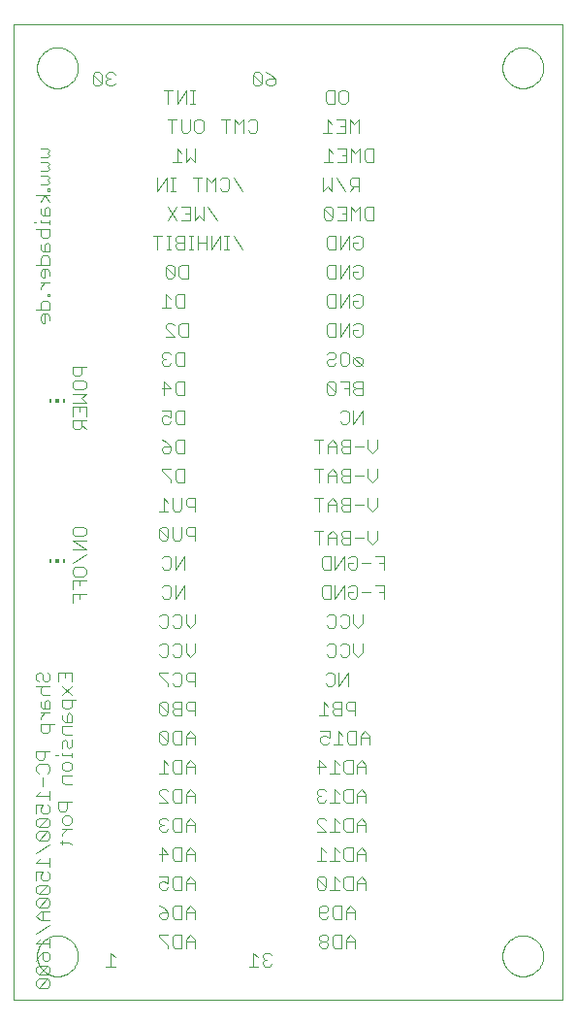
<source format=gbo>
G75*
%MOIN*%
%OFA0B0*%
%FSLAX24Y24*%
%IPPOS*%
%LPD*%
%AMOC8*
5,1,8,0,0,1.08239X$1,22.5*
%
%ADD10C,0.0000*%
%ADD11C,0.0040*%
%ADD12R,0.0059X0.0118*%
%ADD13R,0.0118X0.0118*%
D10*
X000100Y000100D02*
X000100Y033596D01*
X018970Y033596D01*
X018970Y000100D01*
X000100Y000100D01*
X000900Y001600D02*
X000902Y001652D01*
X000908Y001704D01*
X000918Y001756D01*
X000931Y001806D01*
X000948Y001856D01*
X000969Y001904D01*
X000994Y001950D01*
X001022Y001994D01*
X001053Y002036D01*
X001087Y002076D01*
X001124Y002113D01*
X001164Y002147D01*
X001206Y002178D01*
X001250Y002206D01*
X001296Y002231D01*
X001344Y002252D01*
X001394Y002269D01*
X001444Y002282D01*
X001496Y002292D01*
X001548Y002298D01*
X001600Y002300D01*
X001652Y002298D01*
X001704Y002292D01*
X001756Y002282D01*
X001806Y002269D01*
X001856Y002252D01*
X001904Y002231D01*
X001950Y002206D01*
X001994Y002178D01*
X002036Y002147D01*
X002076Y002113D01*
X002113Y002076D01*
X002147Y002036D01*
X002178Y001994D01*
X002206Y001950D01*
X002231Y001904D01*
X002252Y001856D01*
X002269Y001806D01*
X002282Y001756D01*
X002292Y001704D01*
X002298Y001652D01*
X002300Y001600D01*
X002298Y001548D01*
X002292Y001496D01*
X002282Y001444D01*
X002269Y001394D01*
X002252Y001344D01*
X002231Y001296D01*
X002206Y001250D01*
X002178Y001206D01*
X002147Y001164D01*
X002113Y001124D01*
X002076Y001087D01*
X002036Y001053D01*
X001994Y001022D01*
X001950Y000994D01*
X001904Y000969D01*
X001856Y000948D01*
X001806Y000931D01*
X001756Y000918D01*
X001704Y000908D01*
X001652Y000902D01*
X001600Y000900D01*
X001548Y000902D01*
X001496Y000908D01*
X001444Y000918D01*
X001394Y000931D01*
X001344Y000948D01*
X001296Y000969D01*
X001250Y000994D01*
X001206Y001022D01*
X001164Y001053D01*
X001124Y001087D01*
X001087Y001124D01*
X001053Y001164D01*
X001022Y001206D01*
X000994Y001250D01*
X000969Y001296D01*
X000948Y001344D01*
X000931Y001394D01*
X000918Y001444D01*
X000908Y001496D01*
X000902Y001548D01*
X000900Y001600D01*
X016900Y001600D02*
X016902Y001652D01*
X016908Y001704D01*
X016918Y001756D01*
X016931Y001806D01*
X016948Y001856D01*
X016969Y001904D01*
X016994Y001950D01*
X017022Y001994D01*
X017053Y002036D01*
X017087Y002076D01*
X017124Y002113D01*
X017164Y002147D01*
X017206Y002178D01*
X017250Y002206D01*
X017296Y002231D01*
X017344Y002252D01*
X017394Y002269D01*
X017444Y002282D01*
X017496Y002292D01*
X017548Y002298D01*
X017600Y002300D01*
X017652Y002298D01*
X017704Y002292D01*
X017756Y002282D01*
X017806Y002269D01*
X017856Y002252D01*
X017904Y002231D01*
X017950Y002206D01*
X017994Y002178D01*
X018036Y002147D01*
X018076Y002113D01*
X018113Y002076D01*
X018147Y002036D01*
X018178Y001994D01*
X018206Y001950D01*
X018231Y001904D01*
X018252Y001856D01*
X018269Y001806D01*
X018282Y001756D01*
X018292Y001704D01*
X018298Y001652D01*
X018300Y001600D01*
X018298Y001548D01*
X018292Y001496D01*
X018282Y001444D01*
X018269Y001394D01*
X018252Y001344D01*
X018231Y001296D01*
X018206Y001250D01*
X018178Y001206D01*
X018147Y001164D01*
X018113Y001124D01*
X018076Y001087D01*
X018036Y001053D01*
X017994Y001022D01*
X017950Y000994D01*
X017904Y000969D01*
X017856Y000948D01*
X017806Y000931D01*
X017756Y000918D01*
X017704Y000908D01*
X017652Y000902D01*
X017600Y000900D01*
X017548Y000902D01*
X017496Y000908D01*
X017444Y000918D01*
X017394Y000931D01*
X017344Y000948D01*
X017296Y000969D01*
X017250Y000994D01*
X017206Y001022D01*
X017164Y001053D01*
X017124Y001087D01*
X017087Y001124D01*
X017053Y001164D01*
X017022Y001206D01*
X016994Y001250D01*
X016969Y001296D01*
X016948Y001344D01*
X016931Y001394D01*
X016918Y001444D01*
X016908Y001496D01*
X016902Y001548D01*
X016900Y001600D01*
X016900Y032100D02*
X016902Y032152D01*
X016908Y032204D01*
X016918Y032256D01*
X016931Y032306D01*
X016948Y032356D01*
X016969Y032404D01*
X016994Y032450D01*
X017022Y032494D01*
X017053Y032536D01*
X017087Y032576D01*
X017124Y032613D01*
X017164Y032647D01*
X017206Y032678D01*
X017250Y032706D01*
X017296Y032731D01*
X017344Y032752D01*
X017394Y032769D01*
X017444Y032782D01*
X017496Y032792D01*
X017548Y032798D01*
X017600Y032800D01*
X017652Y032798D01*
X017704Y032792D01*
X017756Y032782D01*
X017806Y032769D01*
X017856Y032752D01*
X017904Y032731D01*
X017950Y032706D01*
X017994Y032678D01*
X018036Y032647D01*
X018076Y032613D01*
X018113Y032576D01*
X018147Y032536D01*
X018178Y032494D01*
X018206Y032450D01*
X018231Y032404D01*
X018252Y032356D01*
X018269Y032306D01*
X018282Y032256D01*
X018292Y032204D01*
X018298Y032152D01*
X018300Y032100D01*
X018298Y032048D01*
X018292Y031996D01*
X018282Y031944D01*
X018269Y031894D01*
X018252Y031844D01*
X018231Y031796D01*
X018206Y031750D01*
X018178Y031706D01*
X018147Y031664D01*
X018113Y031624D01*
X018076Y031587D01*
X018036Y031553D01*
X017994Y031522D01*
X017950Y031494D01*
X017904Y031469D01*
X017856Y031448D01*
X017806Y031431D01*
X017756Y031418D01*
X017704Y031408D01*
X017652Y031402D01*
X017600Y031400D01*
X017548Y031402D01*
X017496Y031408D01*
X017444Y031418D01*
X017394Y031431D01*
X017344Y031448D01*
X017296Y031469D01*
X017250Y031494D01*
X017206Y031522D01*
X017164Y031553D01*
X017124Y031587D01*
X017087Y031624D01*
X017053Y031664D01*
X017022Y031706D01*
X016994Y031750D01*
X016969Y031796D01*
X016948Y031844D01*
X016931Y031894D01*
X016918Y031944D01*
X016908Y031996D01*
X016902Y032048D01*
X016900Y032100D01*
X000900Y032100D02*
X000902Y032152D01*
X000908Y032204D01*
X000918Y032256D01*
X000931Y032306D01*
X000948Y032356D01*
X000969Y032404D01*
X000994Y032450D01*
X001022Y032494D01*
X001053Y032536D01*
X001087Y032576D01*
X001124Y032613D01*
X001164Y032647D01*
X001206Y032678D01*
X001250Y032706D01*
X001296Y032731D01*
X001344Y032752D01*
X001394Y032769D01*
X001444Y032782D01*
X001496Y032792D01*
X001548Y032798D01*
X001600Y032800D01*
X001652Y032798D01*
X001704Y032792D01*
X001756Y032782D01*
X001806Y032769D01*
X001856Y032752D01*
X001904Y032731D01*
X001950Y032706D01*
X001994Y032678D01*
X002036Y032647D01*
X002076Y032613D01*
X002113Y032576D01*
X002147Y032536D01*
X002178Y032494D01*
X002206Y032450D01*
X002231Y032404D01*
X002252Y032356D01*
X002269Y032306D01*
X002282Y032256D01*
X002292Y032204D01*
X002298Y032152D01*
X002300Y032100D01*
X002298Y032048D01*
X002292Y031996D01*
X002282Y031944D01*
X002269Y031894D01*
X002252Y031844D01*
X002231Y031796D01*
X002206Y031750D01*
X002178Y031706D01*
X002147Y031664D01*
X002113Y031624D01*
X002076Y031587D01*
X002036Y031553D01*
X001994Y031522D01*
X001950Y031494D01*
X001904Y031469D01*
X001856Y031448D01*
X001806Y031431D01*
X001756Y031418D01*
X001704Y031408D01*
X001652Y031402D01*
X001600Y031400D01*
X001548Y031402D01*
X001496Y031408D01*
X001444Y031418D01*
X001394Y031431D01*
X001344Y031448D01*
X001296Y031469D01*
X001250Y031494D01*
X001206Y031522D01*
X001164Y031553D01*
X001124Y031587D01*
X001087Y031624D01*
X001053Y031664D01*
X001022Y031706D01*
X000994Y031750D01*
X000969Y031796D01*
X000948Y031844D01*
X000931Y031894D01*
X000918Y031944D01*
X000908Y031996D01*
X000902Y032048D01*
X000900Y032100D01*
D11*
X001023Y029330D02*
X001253Y029330D01*
X001330Y029253D01*
X001253Y029177D01*
X001330Y029100D01*
X001253Y029023D01*
X001023Y029023D01*
X001023Y028870D02*
X001253Y028870D01*
X001330Y028793D01*
X001253Y028716D01*
X001330Y028639D01*
X001253Y028563D01*
X001023Y028563D01*
X001023Y028409D02*
X001253Y028409D01*
X001330Y028332D01*
X001253Y028256D01*
X001330Y028179D01*
X001253Y028102D01*
X001023Y028102D01*
X001253Y027949D02*
X001253Y027872D01*
X001330Y027872D01*
X001330Y027949D01*
X001253Y027949D01*
X001177Y027719D02*
X001023Y027488D01*
X001023Y027258D02*
X001023Y027105D01*
X001100Y027028D01*
X001330Y027028D01*
X001330Y027258D01*
X001253Y027335D01*
X001177Y027258D01*
X001177Y027028D01*
X001330Y026875D02*
X001330Y026721D01*
X001330Y026798D02*
X001023Y026798D01*
X001023Y026875D01*
X000870Y026798D02*
X000793Y026798D01*
X000870Y026568D02*
X001330Y026568D01*
X001330Y026337D01*
X001253Y026261D01*
X001100Y026261D01*
X001023Y026337D01*
X001023Y026568D01*
X001253Y026107D02*
X001177Y026031D01*
X001177Y025800D01*
X001100Y025800D02*
X001330Y025800D01*
X001330Y026031D01*
X001253Y026107D01*
X001023Y026031D02*
X001023Y025877D01*
X001100Y025800D01*
X001100Y025647D02*
X001023Y025570D01*
X001023Y025340D01*
X000870Y025340D02*
X001330Y025340D01*
X001330Y025570D01*
X001253Y025647D01*
X001100Y025647D01*
X001100Y025186D02*
X001023Y025110D01*
X001023Y024956D01*
X001100Y024880D01*
X001177Y024880D01*
X001177Y025186D01*
X001253Y025186D02*
X001100Y025186D01*
X001253Y025186D02*
X001330Y025110D01*
X001330Y024956D01*
X001330Y024726D02*
X001023Y024726D01*
X001023Y024573D02*
X001023Y024496D01*
X001023Y024573D02*
X001177Y024726D01*
X001253Y024342D02*
X001253Y024266D01*
X001330Y024266D01*
X001330Y024342D01*
X001253Y024342D01*
X001253Y024112D02*
X001100Y024112D01*
X001023Y024035D01*
X001023Y023805D01*
X000870Y023805D02*
X001330Y023805D01*
X001330Y024035D01*
X001253Y024112D01*
X001253Y023652D02*
X001100Y023652D01*
X001023Y023575D01*
X001023Y023422D01*
X001100Y023345D01*
X001177Y023345D01*
X001177Y023652D01*
X001253Y023652D02*
X001330Y023575D01*
X001330Y023422D01*
X002120Y021830D02*
X002120Y021600D01*
X002196Y021523D01*
X002350Y021523D01*
X002427Y021600D01*
X002427Y021830D01*
X002580Y021830D02*
X002120Y021830D01*
X002196Y021370D02*
X002120Y021293D01*
X002120Y021139D01*
X002196Y021063D01*
X002503Y021063D01*
X002580Y021139D01*
X002580Y021293D01*
X002503Y021370D01*
X002196Y021370D01*
X002120Y020909D02*
X002580Y020909D01*
X002427Y020756D01*
X002580Y020602D01*
X002120Y020602D01*
X002120Y020449D02*
X002580Y020449D01*
X002580Y020142D01*
X002580Y019988D02*
X002120Y019988D01*
X002120Y019758D01*
X002196Y019682D01*
X002350Y019682D01*
X002427Y019758D01*
X002427Y019988D01*
X002427Y019835D02*
X002580Y019682D01*
X002350Y020295D02*
X002350Y020449D01*
X002120Y020449D02*
X002120Y020142D01*
X002196Y016330D02*
X002120Y016253D01*
X002120Y016100D01*
X002196Y016023D01*
X002503Y016023D01*
X002580Y016100D01*
X002580Y016253D01*
X002503Y016330D01*
X002196Y016330D01*
X002120Y015870D02*
X002580Y015563D01*
X002120Y015563D01*
X002120Y015870D02*
X002580Y015870D01*
X002580Y015409D02*
X002120Y015102D01*
X002196Y014949D02*
X002120Y014872D01*
X002120Y014719D01*
X002196Y014642D01*
X002503Y014642D01*
X002580Y014719D01*
X002580Y014872D01*
X002503Y014949D01*
X002196Y014949D01*
X002120Y014488D02*
X002120Y014182D01*
X002120Y014028D02*
X002120Y013721D01*
X002120Y014028D02*
X002580Y014028D01*
X002350Y014028D02*
X002350Y013875D01*
X002350Y014335D02*
X002350Y014488D01*
X002580Y014488D02*
X002120Y014488D01*
X002080Y011330D02*
X001620Y011330D01*
X001620Y011023D01*
X001773Y010870D02*
X002080Y010563D01*
X002080Y010409D02*
X002080Y010179D01*
X002003Y010102D01*
X001850Y010102D01*
X001773Y010179D01*
X001773Y010409D01*
X002233Y010409D01*
X002003Y009949D02*
X001927Y009872D01*
X001927Y009642D01*
X001850Y009642D02*
X002080Y009642D01*
X002080Y009872D01*
X002003Y009949D01*
X001773Y009872D02*
X001773Y009719D01*
X001850Y009642D01*
X001773Y009488D02*
X001773Y009258D01*
X001850Y009182D01*
X002080Y009182D01*
X002080Y009028D02*
X002080Y008798D01*
X002003Y008721D01*
X001927Y008798D01*
X001927Y008951D01*
X001850Y009028D01*
X001773Y008951D01*
X001773Y008721D01*
X001773Y008568D02*
X001773Y008491D01*
X002080Y008491D01*
X002080Y008568D02*
X002080Y008414D01*
X002003Y008261D02*
X002080Y008184D01*
X002080Y008031D01*
X002003Y007954D01*
X001850Y007954D01*
X001773Y008031D01*
X001773Y008184D01*
X001850Y008261D01*
X002003Y008261D01*
X002080Y007800D02*
X001773Y007800D01*
X001773Y007570D01*
X001850Y007493D01*
X002080Y007493D01*
X002080Y006880D02*
X001620Y006880D01*
X001620Y006649D01*
X001696Y006573D01*
X001850Y006573D01*
X001927Y006649D01*
X001927Y006880D01*
X001850Y006419D02*
X002003Y006419D01*
X002080Y006342D01*
X002080Y006189D01*
X002003Y006112D01*
X001850Y006112D01*
X001773Y006189D01*
X001773Y006342D01*
X001850Y006419D01*
X001927Y005959D02*
X001773Y005805D01*
X001773Y005729D01*
X001773Y005575D02*
X001773Y005422D01*
X001696Y005498D02*
X002003Y005498D01*
X002080Y005422D01*
X002080Y005959D02*
X001773Y005959D01*
X001330Y006112D02*
X001253Y006035D01*
X000946Y006035D01*
X001253Y006342D01*
X001330Y006266D01*
X001330Y006112D01*
X001253Y005882D02*
X000946Y005575D01*
X001253Y005575D01*
X001330Y005652D01*
X001330Y005805D01*
X001253Y005882D01*
X000946Y005882D01*
X000870Y005805D01*
X000870Y005652D01*
X000946Y005575D01*
X001330Y005422D02*
X000870Y005115D01*
X001023Y004961D02*
X000870Y004808D01*
X001330Y004808D01*
X001330Y004961D02*
X001330Y004654D01*
X001253Y004501D02*
X001330Y004424D01*
X001330Y004271D01*
X001253Y004194D01*
X001100Y004194D01*
X001023Y004271D01*
X001023Y004347D01*
X001100Y004501D01*
X000870Y004501D01*
X000870Y004194D01*
X000946Y004040D02*
X000870Y003964D01*
X000870Y003810D01*
X000946Y003734D01*
X001253Y004040D01*
X001330Y003964D01*
X001330Y003810D01*
X001253Y003734D01*
X000946Y003734D01*
X000946Y003580D02*
X000870Y003503D01*
X000870Y003350D01*
X000946Y003273D01*
X001253Y003580D01*
X001330Y003503D01*
X001330Y003350D01*
X001253Y003273D01*
X000946Y003273D01*
X001023Y003120D02*
X000870Y002966D01*
X001023Y002813D01*
X001330Y002813D01*
X001330Y002659D02*
X000870Y002352D01*
X001023Y002199D02*
X000870Y002045D01*
X001330Y002045D01*
X001330Y001892D02*
X001330Y002199D01*
X001253Y001738D02*
X001100Y001738D01*
X001100Y001508D01*
X001177Y001432D01*
X001253Y001432D01*
X001330Y001508D01*
X001330Y001662D01*
X001253Y001738D01*
X001100Y001738D02*
X000946Y001585D01*
X000870Y001432D01*
X000946Y001278D02*
X000870Y001201D01*
X000870Y001048D01*
X000946Y000971D01*
X001253Y001278D01*
X001330Y001201D01*
X001330Y001048D01*
X001253Y000971D01*
X000946Y000971D01*
X000946Y000818D02*
X000870Y000741D01*
X000870Y000588D01*
X000946Y000511D01*
X001253Y000818D01*
X001330Y000741D01*
X001330Y000588D01*
X001253Y000511D01*
X000946Y000511D01*
X000946Y000818D02*
X001253Y000818D01*
X001253Y001278D02*
X000946Y001278D01*
X001100Y002813D02*
X001100Y003120D01*
X001023Y003120D02*
X001330Y003120D01*
X001253Y003580D02*
X000946Y003580D01*
X000946Y004040D02*
X001253Y004040D01*
X000946Y006035D02*
X000870Y006112D01*
X000870Y006266D01*
X000946Y006342D01*
X001253Y006342D01*
X001253Y006496D02*
X001100Y006496D01*
X001023Y006573D01*
X001023Y006649D01*
X001100Y006803D01*
X000870Y006803D01*
X000870Y006496D01*
X001253Y006496D02*
X001330Y006573D01*
X001330Y006726D01*
X001253Y006803D01*
X001330Y006956D02*
X001330Y007263D01*
X001330Y007110D02*
X000870Y007110D01*
X001023Y007263D01*
X001100Y007417D02*
X001100Y007724D01*
X001253Y007877D02*
X001330Y007954D01*
X001330Y008107D01*
X001253Y008184D01*
X000946Y008184D01*
X000870Y008107D01*
X000870Y007954D01*
X000946Y007877D01*
X000946Y008337D02*
X001100Y008337D01*
X001177Y008414D01*
X001177Y008644D01*
X001330Y008644D02*
X000870Y008644D01*
X000870Y008414D01*
X000946Y008337D01*
X001543Y008491D02*
X001620Y008491D01*
X001253Y009258D02*
X001330Y009335D01*
X001330Y009565D01*
X001483Y009565D02*
X001023Y009565D01*
X001023Y009335D01*
X001100Y009258D01*
X001253Y009258D01*
X001023Y009719D02*
X001023Y009795D01*
X001177Y009949D01*
X001330Y009949D02*
X001023Y009949D01*
X001100Y010102D02*
X001330Y010102D01*
X001330Y010332D01*
X001253Y010409D01*
X001177Y010332D01*
X001177Y010102D01*
X001100Y010102D02*
X001023Y010179D01*
X001023Y010332D01*
X001100Y010563D02*
X001330Y010563D01*
X001100Y010563D02*
X001023Y010639D01*
X001023Y010793D01*
X001100Y010870D01*
X001177Y011023D02*
X001100Y011100D01*
X001100Y011253D01*
X001023Y011330D01*
X000946Y011330D01*
X000870Y011253D01*
X000870Y011100D01*
X000946Y011023D01*
X000870Y010870D02*
X001330Y010870D01*
X001253Y011023D02*
X001330Y011100D01*
X001330Y011253D01*
X001253Y011330D01*
X001253Y011023D02*
X001177Y011023D01*
X001850Y011177D02*
X001850Y011330D01*
X002080Y011330D02*
X002080Y011023D01*
X002080Y010870D02*
X001773Y010563D01*
X001773Y009488D02*
X002080Y009488D01*
X005102Y009254D02*
X005102Y008947D01*
X005179Y008870D01*
X005332Y008870D01*
X005409Y008947D01*
X005102Y009254D01*
X005179Y009330D01*
X005332Y009330D01*
X005409Y009254D01*
X005409Y008947D01*
X005563Y008947D02*
X005563Y009254D01*
X005639Y009330D01*
X005870Y009330D01*
X005870Y008870D01*
X005639Y008870D01*
X005563Y008947D01*
X005639Y008330D02*
X005563Y008254D01*
X005563Y007947D01*
X005639Y007870D01*
X005870Y007870D01*
X005870Y008330D01*
X005639Y008330D01*
X005409Y008177D02*
X005256Y008330D01*
X005256Y007870D01*
X005409Y007870D02*
X005102Y007870D01*
X005179Y007330D02*
X005332Y007330D01*
X005409Y007254D01*
X005563Y007254D02*
X005563Y006947D01*
X005639Y006870D01*
X005870Y006870D01*
X005870Y007330D01*
X005639Y007330D01*
X005563Y007254D01*
X005409Y006870D02*
X005102Y007177D01*
X005102Y007254D01*
X005179Y007330D01*
X005102Y006870D02*
X005409Y006870D01*
X005332Y006330D02*
X005179Y006330D01*
X005102Y006254D01*
X005102Y006177D01*
X005179Y006100D01*
X005102Y006023D01*
X005102Y005947D01*
X005179Y005870D01*
X005332Y005870D01*
X005409Y005947D01*
X005563Y005947D02*
X005563Y006254D01*
X005639Y006330D01*
X005870Y006330D01*
X005870Y005870D01*
X005639Y005870D01*
X005563Y005947D01*
X005409Y006254D02*
X005332Y006330D01*
X005256Y006100D02*
X005179Y006100D01*
X005179Y005330D02*
X005409Y005100D01*
X005102Y005100D01*
X005179Y004870D02*
X005179Y005330D01*
X005563Y005254D02*
X005563Y004947D01*
X005639Y004870D01*
X005870Y004870D01*
X005870Y005330D01*
X005639Y005330D01*
X005563Y005254D01*
X006023Y005177D02*
X006023Y004870D01*
X006023Y005100D02*
X006330Y005100D01*
X006330Y005177D02*
X006177Y005330D01*
X006023Y005177D01*
X006330Y005177D02*
X006330Y004870D01*
X006177Y004330D02*
X006023Y004177D01*
X006023Y003870D01*
X005870Y003870D02*
X005870Y004330D01*
X005639Y004330D01*
X005563Y004254D01*
X005563Y003947D01*
X005639Y003870D01*
X005870Y003870D01*
X006023Y004100D02*
X006330Y004100D01*
X006330Y004177D02*
X006177Y004330D01*
X006330Y004177D02*
X006330Y003870D01*
X006177Y003330D02*
X006023Y003177D01*
X006023Y002870D01*
X005870Y002870D02*
X005870Y003330D01*
X005639Y003330D01*
X005563Y003254D01*
X005563Y002947D01*
X005639Y002870D01*
X005870Y002870D01*
X006023Y003100D02*
X006330Y003100D01*
X006330Y003177D02*
X006177Y003330D01*
X006330Y003177D02*
X006330Y002870D01*
X006177Y002330D02*
X006023Y002177D01*
X006023Y001870D01*
X005870Y001870D02*
X005870Y002330D01*
X005639Y002330D01*
X005563Y002254D01*
X005563Y001947D01*
X005639Y001870D01*
X005870Y001870D01*
X006023Y002100D02*
X006330Y002100D01*
X006330Y002177D02*
X006177Y002330D01*
X006330Y002177D02*
X006330Y001870D01*
X005409Y001870D02*
X005409Y001947D01*
X005102Y002254D01*
X005102Y002330D01*
X005409Y002330D01*
X005332Y002870D02*
X005179Y002870D01*
X005102Y002947D01*
X005102Y003023D01*
X005179Y003100D01*
X005409Y003100D01*
X005409Y002947D01*
X005332Y002870D01*
X005409Y003100D02*
X005256Y003254D01*
X005102Y003330D01*
X005179Y003870D02*
X005332Y003870D01*
X005409Y003947D01*
X005409Y004100D02*
X005256Y004177D01*
X005179Y004177D01*
X005102Y004100D01*
X005102Y003947D01*
X005179Y003870D01*
X005409Y004100D02*
X005409Y004330D01*
X005102Y004330D01*
X006023Y005870D02*
X006023Y006177D01*
X006177Y006330D01*
X006330Y006177D01*
X006330Y005870D01*
X006330Y006100D02*
X006023Y006100D01*
X006023Y006870D02*
X006023Y007177D01*
X006177Y007330D01*
X006330Y007177D01*
X006330Y006870D01*
X006330Y007100D02*
X006023Y007100D01*
X006023Y007870D02*
X006023Y008177D01*
X006177Y008330D01*
X006330Y008177D01*
X006330Y007870D01*
X006330Y008100D02*
X006023Y008100D01*
X006023Y008870D02*
X006023Y009177D01*
X006177Y009330D01*
X006330Y009177D01*
X006330Y008870D01*
X006330Y009100D02*
X006023Y009100D01*
X005870Y009870D02*
X005639Y009870D01*
X005563Y009947D01*
X005563Y010023D01*
X005639Y010100D01*
X005870Y010100D01*
X006023Y010100D02*
X006023Y010254D01*
X006100Y010330D01*
X006330Y010330D01*
X006330Y009870D01*
X006330Y010023D02*
X006100Y010023D01*
X006023Y010100D01*
X005870Y009870D02*
X005870Y010330D01*
X005639Y010330D01*
X005563Y010254D01*
X005563Y010177D01*
X005639Y010100D01*
X005409Y009947D02*
X005102Y010254D01*
X005102Y009947D01*
X005179Y009870D01*
X005332Y009870D01*
X005409Y009947D01*
X005409Y010254D01*
X005332Y010330D01*
X005179Y010330D01*
X005102Y010254D01*
X005409Y010870D02*
X005409Y010947D01*
X005102Y011254D01*
X005102Y011330D01*
X005409Y011330D01*
X005563Y011254D02*
X005639Y011330D01*
X005793Y011330D01*
X005870Y011254D01*
X005870Y010947D01*
X005793Y010870D01*
X005639Y010870D01*
X005563Y010947D01*
X006023Y011100D02*
X006100Y011023D01*
X006330Y011023D01*
X006330Y010870D02*
X006330Y011330D01*
X006100Y011330D01*
X006023Y011254D01*
X006023Y011100D01*
X006177Y011870D02*
X006023Y012023D01*
X006023Y012330D01*
X005870Y012254D02*
X005870Y011947D01*
X005793Y011870D01*
X005639Y011870D01*
X005563Y011947D01*
X005409Y011947D02*
X005409Y012254D01*
X005332Y012330D01*
X005179Y012330D01*
X005102Y012254D01*
X005102Y011947D02*
X005179Y011870D01*
X005332Y011870D01*
X005409Y011947D01*
X005563Y012254D02*
X005639Y012330D01*
X005793Y012330D01*
X005870Y012254D01*
X006177Y011870D02*
X006330Y012023D01*
X006330Y012330D01*
X006177Y012870D02*
X006023Y013023D01*
X006023Y013330D01*
X005870Y013254D02*
X005870Y012947D01*
X005793Y012870D01*
X005639Y012870D01*
X005563Y012947D01*
X005409Y012947D02*
X005409Y013254D01*
X005332Y013330D01*
X005179Y013330D01*
X005102Y013254D01*
X005102Y012947D02*
X005179Y012870D01*
X005332Y012870D01*
X005409Y012947D01*
X005563Y013254D02*
X005639Y013330D01*
X005793Y013330D01*
X005870Y013254D01*
X006177Y012870D02*
X006330Y013023D01*
X006330Y013330D01*
X005955Y013870D02*
X005955Y014330D01*
X005648Y013870D01*
X005648Y014330D01*
X005495Y014254D02*
X005495Y013947D01*
X005418Y013870D01*
X005264Y013870D01*
X005188Y013947D01*
X005188Y014254D02*
X005264Y014330D01*
X005418Y014330D01*
X005495Y014254D01*
X005418Y014870D02*
X005264Y014870D01*
X005188Y014947D01*
X005418Y014870D02*
X005495Y014947D01*
X005495Y015254D01*
X005418Y015330D01*
X005264Y015330D01*
X005188Y015254D01*
X005179Y015870D02*
X005332Y015870D01*
X005409Y015947D01*
X005102Y016254D01*
X005102Y015947D01*
X005179Y015870D01*
X005409Y015947D02*
X005409Y016254D01*
X005332Y016330D01*
X005179Y016330D01*
X005102Y016254D01*
X005563Y016330D02*
X005563Y015947D01*
X005639Y015870D01*
X005793Y015870D01*
X005870Y015947D01*
X005870Y016330D01*
X006023Y016254D02*
X006023Y016100D01*
X006100Y016023D01*
X006330Y016023D01*
X006330Y015870D02*
X006330Y016330D01*
X006100Y016330D01*
X006023Y016254D01*
X005793Y016870D02*
X005639Y016870D01*
X005563Y016947D01*
X005563Y017330D01*
X005409Y017177D02*
X005256Y017330D01*
X005256Y016870D01*
X005409Y016870D02*
X005102Y016870D01*
X005793Y016870D02*
X005870Y016947D01*
X005870Y017330D01*
X006023Y017254D02*
X006023Y017100D01*
X006100Y017023D01*
X006330Y017023D01*
X006330Y016870D02*
X006330Y017330D01*
X006100Y017330D01*
X006023Y017254D01*
X005955Y017870D02*
X005725Y017870D01*
X005648Y017947D01*
X005648Y018254D01*
X005725Y018330D01*
X005955Y018330D01*
X005955Y017870D01*
X005495Y017870D02*
X005495Y017947D01*
X005188Y018254D01*
X005188Y018330D01*
X005495Y018330D01*
X005418Y018870D02*
X005264Y018870D01*
X005188Y018947D01*
X005188Y019023D01*
X005264Y019100D01*
X005495Y019100D01*
X005495Y018947D01*
X005418Y018870D01*
X005495Y019100D02*
X005341Y019254D01*
X005188Y019330D01*
X005264Y019870D02*
X005418Y019870D01*
X005495Y019947D01*
X005648Y019947D02*
X005725Y019870D01*
X005955Y019870D01*
X005955Y020330D01*
X005725Y020330D01*
X005648Y020254D01*
X005648Y019947D01*
X005495Y020100D02*
X005495Y020330D01*
X005188Y020330D01*
X005264Y020177D02*
X005188Y020100D01*
X005188Y019947D01*
X005264Y019870D01*
X005264Y020177D02*
X005341Y020177D01*
X005495Y020100D01*
X005725Y019330D02*
X005955Y019330D01*
X005955Y018870D01*
X005725Y018870D01*
X005648Y018947D01*
X005648Y019254D01*
X005725Y019330D01*
X005725Y020870D02*
X005648Y020947D01*
X005648Y021254D01*
X005725Y021330D01*
X005955Y021330D01*
X005955Y020870D01*
X005725Y020870D01*
X005495Y021100D02*
X005188Y021100D01*
X005264Y020870D02*
X005264Y021330D01*
X005495Y021100D01*
X005418Y021870D02*
X005495Y021947D01*
X005418Y021870D02*
X005264Y021870D01*
X005188Y021947D01*
X005188Y022023D01*
X005264Y022100D01*
X005341Y022100D01*
X005264Y022100D02*
X005188Y022177D01*
X005188Y022254D01*
X005264Y022330D01*
X005418Y022330D01*
X005495Y022254D01*
X005648Y022254D02*
X005648Y021947D01*
X005725Y021870D01*
X005955Y021870D01*
X005955Y022330D01*
X005725Y022330D01*
X005648Y022254D01*
X005620Y022870D02*
X005313Y023177D01*
X005313Y023254D01*
X005389Y023330D01*
X005543Y023330D01*
X005620Y023254D01*
X005773Y023254D02*
X005773Y022947D01*
X005850Y022870D01*
X006080Y022870D01*
X006080Y023330D01*
X005850Y023330D01*
X005773Y023254D01*
X005725Y023870D02*
X005648Y023947D01*
X005648Y024254D01*
X005725Y024330D01*
X005955Y024330D01*
X005955Y023870D01*
X005725Y023870D01*
X005495Y023870D02*
X005188Y023870D01*
X005341Y023870D02*
X005341Y024330D01*
X005495Y024177D01*
X005543Y024870D02*
X005389Y024870D01*
X005313Y024947D01*
X005313Y025254D01*
X005620Y024947D01*
X005543Y024870D01*
X005620Y024947D02*
X005620Y025254D01*
X005543Y025330D01*
X005389Y025330D01*
X005313Y025254D01*
X005773Y025254D02*
X005850Y025330D01*
X006080Y025330D01*
X006080Y024870D01*
X005850Y024870D01*
X005773Y024947D01*
X005773Y025254D01*
X005730Y025870D02*
X005960Y025870D01*
X005960Y026330D01*
X005730Y026330D01*
X005653Y026254D01*
X005653Y026177D01*
X005730Y026100D01*
X005960Y026100D01*
X005730Y026100D02*
X005653Y026023D01*
X005653Y025947D01*
X005730Y025870D01*
X005500Y025870D02*
X005346Y025870D01*
X005423Y025870D02*
X005423Y026330D01*
X005500Y026330D02*
X005346Y026330D01*
X005193Y026330D02*
X004886Y026330D01*
X005039Y026330D02*
X005039Y025870D01*
X005392Y026870D02*
X005699Y027330D01*
X005852Y027330D02*
X006159Y027330D01*
X006159Y026870D01*
X005852Y026870D01*
X005699Y026870D02*
X005392Y027330D01*
X005346Y027870D02*
X005346Y028330D01*
X005039Y027870D01*
X005039Y028330D01*
X005500Y028330D02*
X005653Y028330D01*
X005576Y028330D02*
X005576Y027870D01*
X005500Y027870D02*
X005653Y027870D01*
X006006Y027100D02*
X006159Y027100D01*
X006313Y026870D02*
X006313Y027330D01*
X006466Y027023D02*
X006313Y026870D01*
X006466Y027023D02*
X006620Y026870D01*
X006620Y027330D01*
X006773Y027330D02*
X007080Y026870D01*
X007188Y026330D02*
X006881Y025870D01*
X006881Y026330D01*
X006727Y026330D02*
X006727Y025870D01*
X006727Y026100D02*
X006420Y026100D01*
X006420Y026330D02*
X006420Y025870D01*
X006267Y025870D02*
X006113Y025870D01*
X006190Y025870D02*
X006190Y026330D01*
X006267Y026330D02*
X006113Y026330D01*
X006420Y027870D02*
X006420Y028330D01*
X006267Y028330D02*
X006574Y028330D01*
X006727Y028330D02*
X006727Y027870D01*
X006881Y028177D02*
X006727Y028330D01*
X006881Y028177D02*
X007034Y028330D01*
X007034Y027870D01*
X007188Y027947D02*
X007264Y027870D01*
X007418Y027870D01*
X007495Y027947D01*
X007495Y028254D01*
X007418Y028330D01*
X007264Y028330D01*
X007188Y028254D01*
X007648Y028330D02*
X007955Y027870D01*
X007648Y026330D02*
X007955Y025870D01*
X007495Y025870D02*
X007341Y025870D01*
X007418Y025870D02*
X007418Y026330D01*
X007495Y026330D02*
X007341Y026330D01*
X007188Y026330D02*
X007188Y025870D01*
X006330Y028870D02*
X006177Y029023D01*
X006023Y028870D01*
X006023Y029330D01*
X005870Y029177D02*
X005716Y029330D01*
X005716Y028870D01*
X005563Y028870D02*
X005870Y028870D01*
X006330Y028870D02*
X006330Y029330D01*
X006383Y029870D02*
X006307Y029947D01*
X006307Y030254D01*
X006383Y030330D01*
X006537Y030330D01*
X006613Y030254D01*
X006613Y029947D01*
X006537Y029870D01*
X006383Y029870D01*
X006153Y029947D02*
X006076Y029870D01*
X005923Y029870D01*
X005846Y029947D01*
X005846Y030330D01*
X005693Y030330D02*
X005386Y030330D01*
X005539Y030330D02*
X005539Y029870D01*
X006153Y029947D02*
X006153Y030330D01*
X006177Y030870D02*
X006330Y030870D01*
X006253Y030870D02*
X006253Y031330D01*
X006177Y031330D02*
X006330Y031330D01*
X006023Y031330D02*
X006023Y030870D01*
X005716Y030870D02*
X006023Y031330D01*
X005716Y031330D02*
X005716Y030870D01*
X005563Y031330D02*
X005256Y031330D01*
X005409Y031330D02*
X005409Y030870D01*
X003580Y031572D02*
X003503Y031495D01*
X003350Y031495D01*
X003273Y031572D01*
X003273Y031648D01*
X003350Y031725D01*
X003427Y031725D01*
X003350Y031725D02*
X003273Y031802D01*
X003273Y031879D01*
X003350Y031955D01*
X003503Y031955D01*
X003580Y031879D01*
X003120Y031879D02*
X003120Y031572D01*
X002813Y031879D01*
X002813Y031572D01*
X002889Y031495D01*
X003043Y031495D01*
X003120Y031572D01*
X003120Y031879D02*
X003043Y031955D01*
X002889Y031955D01*
X002813Y031879D01*
X001330Y027719D02*
X000870Y027719D01*
X001177Y027719D02*
X001330Y027488D01*
X005313Y022870D02*
X005620Y022870D01*
X007381Y029870D02*
X007381Y030330D01*
X007534Y030330D02*
X007227Y030330D01*
X007688Y030330D02*
X007688Y029870D01*
X007841Y030177D02*
X007688Y030330D01*
X007841Y030177D02*
X007995Y030330D01*
X007995Y029870D01*
X008148Y029947D02*
X008225Y029870D01*
X008378Y029870D01*
X008455Y029947D01*
X008455Y030254D01*
X008378Y030330D01*
X008225Y030330D01*
X008148Y030254D01*
X008389Y031495D02*
X008313Y031572D01*
X008313Y031879D01*
X008620Y031572D01*
X008543Y031495D01*
X008389Y031495D01*
X008620Y031572D02*
X008620Y031879D01*
X008543Y031955D01*
X008389Y031955D01*
X008313Y031879D01*
X008773Y031955D02*
X008927Y031879D01*
X009080Y031725D01*
X008850Y031725D01*
X008773Y031648D01*
X008773Y031572D01*
X008850Y031495D01*
X009003Y031495D01*
X009080Y031572D01*
X009080Y031725D01*
X010813Y031254D02*
X010813Y030947D01*
X010889Y030870D01*
X011120Y030870D01*
X011120Y031330D01*
X010889Y031330D01*
X010813Y031254D01*
X010881Y030330D02*
X010881Y029870D01*
X011034Y029870D02*
X010727Y029870D01*
X011034Y030177D02*
X010881Y030330D01*
X011188Y030330D02*
X011495Y030330D01*
X011495Y029870D01*
X011188Y029870D01*
X011341Y030100D02*
X011495Y030100D01*
X011648Y030330D02*
X011648Y029870D01*
X011955Y029870D02*
X011955Y030330D01*
X011802Y030177D01*
X011648Y030330D01*
X011503Y030870D02*
X011350Y030870D01*
X011273Y030947D01*
X011273Y031254D01*
X011350Y031330D01*
X011503Y031330D01*
X011580Y031254D01*
X011580Y030947D01*
X011503Y030870D01*
X011534Y029330D02*
X011227Y029330D01*
X011074Y029177D02*
X010920Y029330D01*
X010920Y028870D01*
X010767Y028870D02*
X011074Y028870D01*
X011227Y028870D02*
X011534Y028870D01*
X011534Y029330D01*
X011688Y029330D02*
X011688Y028870D01*
X011534Y029100D02*
X011381Y029100D01*
X011688Y029330D02*
X011841Y029177D01*
X011995Y029330D01*
X011995Y028870D01*
X012148Y028947D02*
X012148Y029254D01*
X012225Y029330D01*
X012455Y029330D01*
X012455Y028870D01*
X012225Y028870D01*
X012148Y028947D01*
X011955Y028330D02*
X011725Y028330D01*
X011648Y028254D01*
X011648Y028100D01*
X011725Y028023D01*
X011955Y028023D01*
X011955Y027870D02*
X011955Y028330D01*
X011802Y028023D02*
X011648Y027870D01*
X011495Y027870D02*
X011188Y028330D01*
X011034Y028330D02*
X011034Y027870D01*
X010881Y028023D01*
X010727Y027870D01*
X010727Y028330D01*
X010844Y027330D02*
X010767Y027254D01*
X011074Y026947D01*
X010997Y026870D01*
X010844Y026870D01*
X010767Y026947D01*
X010767Y027254D01*
X010844Y027330D02*
X010997Y027330D01*
X011074Y027254D01*
X011074Y026947D01*
X011227Y026870D02*
X011534Y026870D01*
X011534Y027330D01*
X011227Y027330D01*
X011381Y027100D02*
X011534Y027100D01*
X011688Y027330D02*
X011688Y026870D01*
X011995Y026870D02*
X011995Y027330D01*
X011841Y027177D01*
X011688Y027330D01*
X012148Y027254D02*
X012148Y026947D01*
X012225Y026870D01*
X012455Y026870D01*
X012455Y027330D01*
X012225Y027330D01*
X012148Y027254D01*
X012003Y026330D02*
X012080Y026254D01*
X012080Y025947D01*
X012003Y025870D01*
X011850Y025870D01*
X011773Y025947D01*
X011773Y026100D01*
X011927Y026100D01*
X011773Y026254D02*
X011850Y026330D01*
X012003Y026330D01*
X011620Y026330D02*
X011620Y025870D01*
X011313Y025870D02*
X011313Y026330D01*
X011159Y026330D02*
X010929Y026330D01*
X010852Y026254D01*
X010852Y025947D01*
X010929Y025870D01*
X011159Y025870D01*
X011159Y026330D01*
X011620Y026330D02*
X011313Y025870D01*
X011313Y025330D02*
X011313Y024870D01*
X011620Y025330D01*
X011620Y024870D01*
X011773Y024947D02*
X011773Y025100D01*
X011927Y025100D01*
X012080Y024947D02*
X012003Y024870D01*
X011850Y024870D01*
X011773Y024947D01*
X011773Y025254D02*
X011850Y025330D01*
X012003Y025330D01*
X012080Y025254D01*
X012080Y024947D01*
X012003Y024330D02*
X012080Y024254D01*
X012080Y023947D01*
X012003Y023870D01*
X011850Y023870D01*
X011773Y023947D01*
X011773Y024100D01*
X011927Y024100D01*
X011773Y024254D02*
X011850Y024330D01*
X012003Y024330D01*
X011620Y024330D02*
X011620Y023870D01*
X011313Y023870D02*
X011313Y024330D01*
X011159Y024330D02*
X010929Y024330D01*
X010852Y024254D01*
X010852Y023947D01*
X010929Y023870D01*
X011159Y023870D01*
X011159Y024330D01*
X011159Y024870D02*
X010929Y024870D01*
X010852Y024947D01*
X010852Y025254D01*
X010929Y025330D01*
X011159Y025330D01*
X011159Y024870D01*
X011620Y024330D02*
X011313Y023870D01*
X011313Y023330D02*
X011313Y022870D01*
X011620Y023330D01*
X011620Y022870D01*
X011773Y022947D02*
X011773Y023100D01*
X011927Y023100D01*
X012080Y022947D02*
X012003Y022870D01*
X011850Y022870D01*
X011773Y022947D01*
X011773Y023254D02*
X011850Y023330D01*
X012003Y023330D01*
X012080Y023254D01*
X012080Y022947D01*
X012003Y022177D02*
X012080Y022100D01*
X012080Y021947D01*
X012003Y021870D01*
X011850Y021870D01*
X011773Y021947D01*
X011773Y022100D01*
X011850Y022177D01*
X012003Y022177D01*
X011773Y022177D02*
X012080Y021870D01*
X012080Y021330D02*
X011850Y021330D01*
X011773Y021254D01*
X011773Y021177D01*
X011850Y021100D01*
X012080Y021100D01*
X012080Y020870D02*
X011850Y020870D01*
X011773Y020947D01*
X011773Y021023D01*
X011850Y021100D01*
X012080Y020870D02*
X012080Y021330D01*
X011620Y021330D02*
X011620Y020870D01*
X011620Y021100D02*
X011466Y021100D01*
X011620Y021330D02*
X011313Y021330D01*
X011159Y021254D02*
X011159Y020947D01*
X010852Y021254D01*
X010852Y020947D01*
X010929Y020870D01*
X011082Y020870D01*
X011159Y020947D01*
X011159Y021254D02*
X011082Y021330D01*
X010929Y021330D01*
X010852Y021254D01*
X010929Y021870D02*
X011082Y021870D01*
X011159Y021947D01*
X011313Y021947D02*
X011389Y021870D01*
X011543Y021870D01*
X011620Y021947D01*
X011620Y022254D01*
X011543Y022330D01*
X011389Y022330D01*
X011313Y022254D01*
X011313Y021947D01*
X011159Y022177D02*
X011159Y022254D01*
X011082Y022330D01*
X010929Y022330D01*
X010852Y022254D01*
X010929Y022100D02*
X010852Y022023D01*
X010852Y021947D01*
X010929Y021870D01*
X010929Y022100D02*
X011082Y022100D01*
X011159Y022177D01*
X011159Y022870D02*
X010929Y022870D01*
X010852Y022947D01*
X010852Y023254D01*
X010929Y023330D01*
X011159Y023330D01*
X011159Y022870D01*
X011389Y020330D02*
X011543Y020330D01*
X011620Y020254D01*
X011620Y019947D01*
X011543Y019870D01*
X011389Y019870D01*
X011313Y019947D01*
X011313Y020254D02*
X011389Y020330D01*
X011773Y020330D02*
X011773Y019870D01*
X012080Y020330D01*
X012080Y019870D01*
X012273Y019330D02*
X012273Y019023D01*
X012427Y018870D01*
X012580Y019023D01*
X012580Y019330D01*
X012120Y019100D02*
X011813Y019100D01*
X011659Y019100D02*
X011429Y019100D01*
X011352Y019023D01*
X011352Y018947D01*
X011429Y018870D01*
X011659Y018870D01*
X011659Y019330D01*
X011429Y019330D01*
X011352Y019254D01*
X011352Y019177D01*
X011429Y019100D01*
X011199Y019100D02*
X010892Y019100D01*
X010892Y019177D02*
X010892Y018870D01*
X011199Y018870D02*
X011199Y019177D01*
X011045Y019330D01*
X010892Y019177D01*
X010738Y019330D02*
X010432Y019330D01*
X010585Y019330D02*
X010585Y018870D01*
X010585Y018330D02*
X010585Y017870D01*
X010738Y018330D02*
X010432Y018330D01*
X010892Y018177D02*
X010892Y017870D01*
X010892Y018100D02*
X011199Y018100D01*
X011199Y018177D02*
X011045Y018330D01*
X010892Y018177D01*
X011199Y018177D02*
X011199Y017870D01*
X011352Y017947D02*
X011429Y017870D01*
X011659Y017870D01*
X011659Y018330D01*
X011429Y018330D01*
X011352Y018254D01*
X011352Y018177D01*
X011429Y018100D01*
X011659Y018100D01*
X011813Y018100D02*
X012120Y018100D01*
X012273Y018023D02*
X012273Y018330D01*
X012273Y018023D02*
X012427Y017870D01*
X012580Y018023D01*
X012580Y018330D01*
X012580Y017330D02*
X012580Y017023D01*
X012427Y016870D01*
X012273Y017023D01*
X012273Y017330D01*
X012120Y017100D02*
X011813Y017100D01*
X011659Y017100D02*
X011429Y017100D01*
X011352Y017023D01*
X011352Y016947D01*
X011429Y016870D01*
X011659Y016870D01*
X011659Y017330D01*
X011429Y017330D01*
X011352Y017254D01*
X011352Y017177D01*
X011429Y017100D01*
X011199Y017100D02*
X010892Y017100D01*
X010892Y017177D02*
X010892Y016870D01*
X011199Y016870D02*
X011199Y017177D01*
X011045Y017330D01*
X010892Y017177D01*
X010738Y017330D02*
X010432Y017330D01*
X010585Y017330D02*
X010585Y016870D01*
X010585Y016205D02*
X010585Y015745D01*
X010758Y015330D02*
X010988Y015330D01*
X010988Y014870D01*
X010758Y014870D01*
X010682Y014947D01*
X010682Y015254D01*
X010758Y015330D01*
X010892Y015745D02*
X010892Y016052D01*
X011045Y016205D01*
X011199Y016052D01*
X011199Y015745D01*
X011352Y015822D02*
X011352Y015898D01*
X011429Y015975D01*
X011659Y015975D01*
X011813Y015975D02*
X012120Y015975D01*
X012273Y015898D02*
X012273Y016205D01*
X012273Y015898D02*
X012427Y015745D01*
X012580Y015898D01*
X012580Y016205D01*
X012523Y015330D02*
X012830Y015330D01*
X012830Y014870D01*
X012830Y015100D02*
X012677Y015100D01*
X012370Y015100D02*
X012063Y015100D01*
X011909Y015254D02*
X011909Y014947D01*
X011832Y014870D01*
X011679Y014870D01*
X011602Y014947D01*
X011602Y015100D01*
X011756Y015100D01*
X011909Y015254D02*
X011832Y015330D01*
X011679Y015330D01*
X011602Y015254D01*
X011449Y015330D02*
X011142Y014870D01*
X011142Y015330D01*
X011429Y015745D02*
X011659Y015745D01*
X011659Y016205D01*
X011429Y016205D01*
X011352Y016129D01*
X011352Y016052D01*
X011429Y015975D01*
X011352Y015822D02*
X011429Y015745D01*
X011199Y015975D02*
X010892Y015975D01*
X010738Y016205D02*
X010432Y016205D01*
X011352Y017947D02*
X011352Y018023D01*
X011429Y018100D01*
X011449Y015330D02*
X011449Y014870D01*
X011449Y014330D02*
X011142Y013870D01*
X011142Y014330D01*
X010988Y014330D02*
X010988Y013870D01*
X010758Y013870D01*
X010682Y013947D01*
X010682Y014254D01*
X010758Y014330D01*
X010988Y014330D01*
X011449Y014330D02*
X011449Y013870D01*
X011602Y013947D02*
X011602Y014100D01*
X011756Y014100D01*
X011909Y013947D02*
X011832Y013870D01*
X011679Y013870D01*
X011602Y013947D01*
X011602Y014254D02*
X011679Y014330D01*
X011832Y014330D01*
X011909Y014254D01*
X011909Y013947D01*
X012063Y014100D02*
X012370Y014100D01*
X012523Y014330D02*
X012830Y014330D01*
X012830Y013870D01*
X012830Y014100D02*
X012677Y014100D01*
X012080Y013330D02*
X012080Y013023D01*
X011927Y012870D01*
X011773Y013023D01*
X011773Y013330D01*
X011620Y013254D02*
X011620Y012947D01*
X011543Y012870D01*
X011389Y012870D01*
X011313Y012947D01*
X011159Y012947D02*
X011159Y013254D01*
X011082Y013330D01*
X010929Y013330D01*
X010852Y013254D01*
X010852Y012947D02*
X010929Y012870D01*
X011082Y012870D01*
X011159Y012947D01*
X011313Y013254D02*
X011389Y013330D01*
X011543Y013330D01*
X011620Y013254D01*
X011543Y012330D02*
X011389Y012330D01*
X011313Y012254D01*
X011159Y012254D02*
X011159Y011947D01*
X011082Y011870D01*
X010929Y011870D01*
X010852Y011947D01*
X010852Y012254D02*
X010929Y012330D01*
X011082Y012330D01*
X011159Y012254D01*
X011313Y011947D02*
X011389Y011870D01*
X011543Y011870D01*
X011620Y011947D01*
X011620Y012254D01*
X011543Y012330D01*
X011773Y012330D02*
X011773Y012023D01*
X011927Y011870D01*
X012080Y012023D01*
X012080Y012330D01*
X011580Y011330D02*
X011273Y010870D01*
X011273Y011330D01*
X011120Y011254D02*
X011120Y010947D01*
X011043Y010870D01*
X010889Y010870D01*
X010813Y010947D01*
X010813Y011254D02*
X010889Y011330D01*
X011043Y011330D01*
X011120Y011254D01*
X011580Y011330D02*
X011580Y010870D01*
X011600Y010330D02*
X011523Y010254D01*
X011523Y010100D01*
X011600Y010023D01*
X011830Y010023D01*
X011830Y009870D02*
X011830Y010330D01*
X011600Y010330D01*
X011370Y010330D02*
X011370Y009870D01*
X011139Y009870D01*
X011063Y009947D01*
X011063Y010023D01*
X011139Y010100D01*
X011370Y010100D01*
X011370Y010330D02*
X011139Y010330D01*
X011063Y010254D01*
X011063Y010177D01*
X011139Y010100D01*
X010909Y010177D02*
X010756Y010330D01*
X010756Y009870D01*
X010909Y009870D02*
X010602Y009870D01*
X010642Y009330D02*
X010949Y009330D01*
X010949Y009100D01*
X010795Y009177D01*
X010719Y009177D01*
X010642Y009100D01*
X010642Y008947D01*
X010719Y008870D01*
X010872Y008870D01*
X010949Y008947D01*
X011102Y008870D02*
X011409Y008870D01*
X011256Y008870D02*
X011256Y009330D01*
X011409Y009177D01*
X011563Y009254D02*
X011563Y008947D01*
X011639Y008870D01*
X011870Y008870D01*
X011870Y009330D01*
X011639Y009330D01*
X011563Y009254D01*
X012023Y009177D02*
X012023Y008870D01*
X012023Y009100D02*
X012330Y009100D01*
X012330Y009177D02*
X012177Y009330D01*
X012023Y009177D01*
X012330Y009177D02*
X012330Y008870D01*
X012052Y008330D02*
X011898Y008177D01*
X011898Y007870D01*
X011745Y007870D02*
X011745Y008330D01*
X011514Y008330D01*
X011438Y008254D01*
X011438Y007947D01*
X011514Y007870D01*
X011745Y007870D01*
X011898Y008100D02*
X012205Y008100D01*
X012205Y008177D02*
X012052Y008330D01*
X012205Y008177D02*
X012205Y007870D01*
X012052Y007330D02*
X011898Y007177D01*
X011898Y006870D01*
X011745Y006870D02*
X011745Y007330D01*
X011514Y007330D01*
X011438Y007254D01*
X011438Y006947D01*
X011514Y006870D01*
X011745Y006870D01*
X011898Y007100D02*
X012205Y007100D01*
X012205Y007177D02*
X012052Y007330D01*
X012205Y007177D02*
X012205Y006870D01*
X012052Y006330D02*
X011898Y006177D01*
X011898Y005870D01*
X011745Y005870D02*
X011745Y006330D01*
X011514Y006330D01*
X011438Y006254D01*
X011438Y005947D01*
X011514Y005870D01*
X011745Y005870D01*
X011898Y006100D02*
X012205Y006100D01*
X012205Y006177D02*
X012052Y006330D01*
X012205Y006177D02*
X012205Y005870D01*
X012052Y005330D02*
X011898Y005177D01*
X011898Y004870D01*
X011745Y004870D02*
X011745Y005330D01*
X011514Y005330D01*
X011438Y005254D01*
X011438Y004947D01*
X011514Y004870D01*
X011745Y004870D01*
X011898Y005100D02*
X012205Y005100D01*
X012205Y005177D02*
X012052Y005330D01*
X012205Y005177D02*
X012205Y004870D01*
X012052Y004330D02*
X011898Y004177D01*
X011898Y003870D01*
X011745Y003870D02*
X011745Y004330D01*
X011514Y004330D01*
X011438Y004254D01*
X011438Y003947D01*
X011514Y003870D01*
X011745Y003870D01*
X011898Y004100D02*
X012205Y004100D01*
X012205Y004177D02*
X012052Y004330D01*
X012205Y004177D02*
X012205Y003870D01*
X011677Y003330D02*
X011523Y003177D01*
X011523Y002870D01*
X011370Y002870D02*
X011370Y003330D01*
X011139Y003330D01*
X011063Y003254D01*
X011063Y002947D01*
X011139Y002870D01*
X011370Y002870D01*
X011523Y003100D02*
X011830Y003100D01*
X011830Y003177D02*
X011677Y003330D01*
X011830Y003177D02*
X011830Y002870D01*
X011677Y002330D02*
X011523Y002177D01*
X011523Y001870D01*
X011370Y001870D02*
X011370Y002330D01*
X011139Y002330D01*
X011063Y002254D01*
X011063Y001947D01*
X011139Y001870D01*
X011370Y001870D01*
X011523Y002100D02*
X011830Y002100D01*
X011830Y002177D02*
X011677Y002330D01*
X011830Y002177D02*
X011830Y001870D01*
X010909Y001947D02*
X010909Y002023D01*
X010832Y002100D01*
X010679Y002100D01*
X010602Y002023D01*
X010602Y001947D01*
X010679Y001870D01*
X010832Y001870D01*
X010909Y001947D01*
X010832Y002100D02*
X010909Y002177D01*
X010909Y002254D01*
X010832Y002330D01*
X010679Y002330D01*
X010602Y002254D01*
X010602Y002177D01*
X010679Y002100D01*
X010679Y002870D02*
X010602Y002947D01*
X010602Y003254D01*
X010679Y003330D01*
X010832Y003330D01*
X010909Y003254D01*
X010909Y003177D01*
X010832Y003100D01*
X010602Y003100D01*
X010679Y002870D02*
X010832Y002870D01*
X010909Y002947D01*
X010977Y003870D02*
X011284Y003870D01*
X011131Y003870D02*
X011131Y004330D01*
X011284Y004177D01*
X011284Y004870D02*
X010977Y004870D01*
X010824Y004870D02*
X010517Y004870D01*
X010670Y004870D02*
X010670Y005330D01*
X010824Y005177D01*
X011131Y005330D02*
X011131Y004870D01*
X011284Y005177D02*
X011131Y005330D01*
X011131Y005870D02*
X011131Y006330D01*
X011284Y006177D01*
X011284Y005870D02*
X010977Y005870D01*
X010824Y005870D02*
X010517Y006177D01*
X010517Y006254D01*
X010594Y006330D01*
X010747Y006330D01*
X010824Y006254D01*
X010824Y005870D02*
X010517Y005870D01*
X010594Y006870D02*
X010747Y006870D01*
X010824Y006947D01*
X010977Y006870D02*
X011284Y006870D01*
X011131Y006870D02*
X011131Y007330D01*
X011284Y007177D01*
X011284Y007870D02*
X010977Y007870D01*
X011131Y007870D02*
X011131Y008330D01*
X011284Y008177D01*
X010824Y008100D02*
X010517Y008100D01*
X010594Y007870D02*
X010594Y008330D01*
X010824Y008100D01*
X010747Y007330D02*
X010594Y007330D01*
X010517Y007254D01*
X010517Y007177D01*
X010594Y007100D01*
X010517Y007023D01*
X010517Y006947D01*
X010594Y006870D01*
X010594Y007100D02*
X010670Y007100D01*
X010824Y007254D02*
X010747Y007330D01*
X010747Y004330D02*
X010594Y004330D01*
X010517Y004254D01*
X010824Y003947D01*
X010747Y003870D01*
X010594Y003870D01*
X010517Y003947D01*
X010517Y004254D01*
X010747Y004330D02*
X010824Y004254D01*
X010824Y003947D01*
X008878Y001705D02*
X008955Y001629D01*
X008878Y001705D02*
X008725Y001705D01*
X008648Y001629D01*
X008648Y001552D01*
X008725Y001475D01*
X008648Y001398D01*
X008648Y001322D01*
X008725Y001245D01*
X008878Y001245D01*
X008955Y001322D01*
X008802Y001475D02*
X008725Y001475D01*
X008495Y001552D02*
X008341Y001705D01*
X008341Y001245D01*
X008188Y001245D02*
X008495Y001245D01*
X003580Y001245D02*
X003273Y001245D01*
X003427Y001245D02*
X003427Y001705D01*
X003580Y001552D01*
X005648Y014870D02*
X005648Y015330D01*
X005955Y015330D02*
X005648Y014870D01*
X005955Y014870D02*
X005955Y015330D01*
D12*
X001836Y015159D03*
X001364Y015159D03*
X001364Y020659D03*
X001836Y020659D03*
D13*
X001600Y020659D03*
X001600Y015159D03*
M02*

</source>
